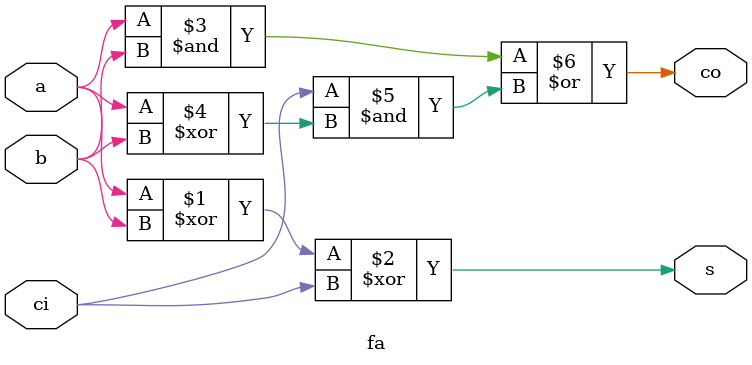
<source format=v>
`timescale 1ns / 1ps

module fa( input a,      // a
           input b,      // b
           input ci,     // carry in
           output s,     // sum
           output co );  // carry out
 
    assign s = a ^ b ^ ci;
    assign co = a & b | ci & (a ^ b);
 
endmodule
</source>
